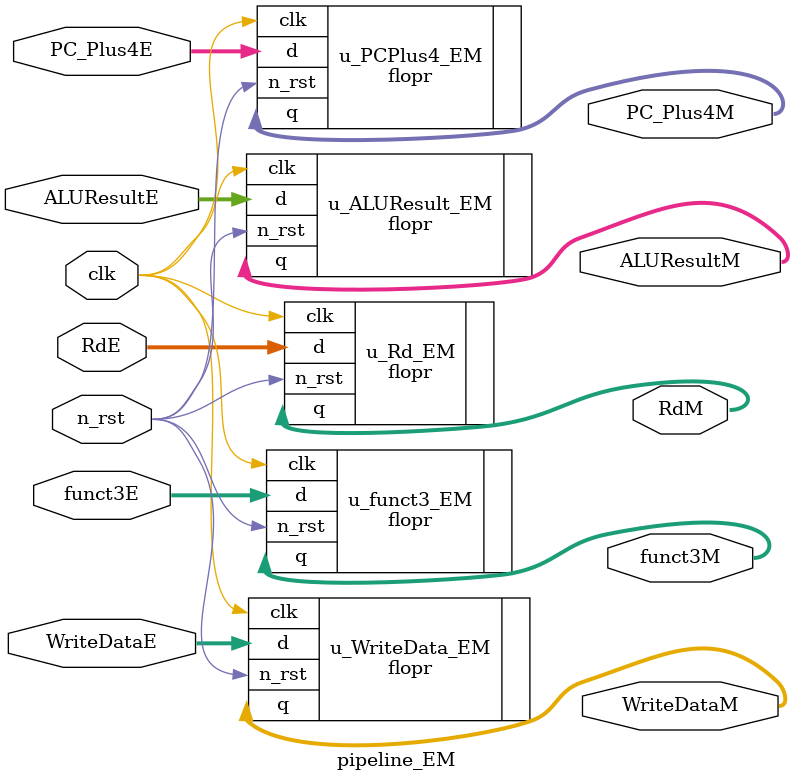
<source format=v>
module pipeline_EM(
    clk,
    n_rst,
    ALUResultE,
    WriteDataE,
    RdE,
    funct3E,
    PC_Plus4E,
    ALUResultM,
    WriteDataM,
    RdM,
    funct3M,
    PC_Plus4M
);

parameter   RESET_PC = 32'h1000_0000;

input clk, n_rst;
input [31:0] ALUResultE, WriteDataE, PC_Plus4E;
input [4:0] RdE;
input [2:0] funct3E;

output [31:0] ALUResultM, WriteDataM, PC_Plus4M;
output [4:0] RdM;
output [2:0] funct3M;

flopr # (
        .RESET_VALUE(0),
        .WIDTH(32)
) u_ALUResult_EM(
        .clk(clk),
        .n_rst(n_rst),
        // .clr(1'b0),
        .d(ALUResultE),
        .q(ALUResultM)
    );

flopr # (
        .RESET_VALUE (0),
        .WIDTH(32)
) u_WriteData_EM(
        .clk(clk),
        .n_rst(n_rst),
        // .clr(1'b0),
        .d(WriteDataE),
        .q(WriteDataM)
    );

flopr # (
        .RESET_VALUE (RESET_PC + 32'h4),
        .WIDTH(32)
) u_PCPlus4_EM(
        .clk(clk),
        .n_rst(n_rst),
        // .clr(1'b0),
        .d(PC_Plus4E),
        .q(PC_Plus4M)
    );

flopr # (
        .RESET_VALUE (0),
        .WIDTH(5)
) u_Rd_EM(
        .clk(clk),
        .n_rst(n_rst),
        // .clr(1'b0),
        .d(RdE),
        .q(RdM)
    );
    
flopr #(
        .RESET_VALUE(0),
        .WIDTH(3)
    ) u_funct3_EM
    (
        .clk(clk),
        .n_rst(n_rst),
        // .clr(1'b0),
        .d(funct3E),
        .q(funct3M)
    );

endmodule
</source>
